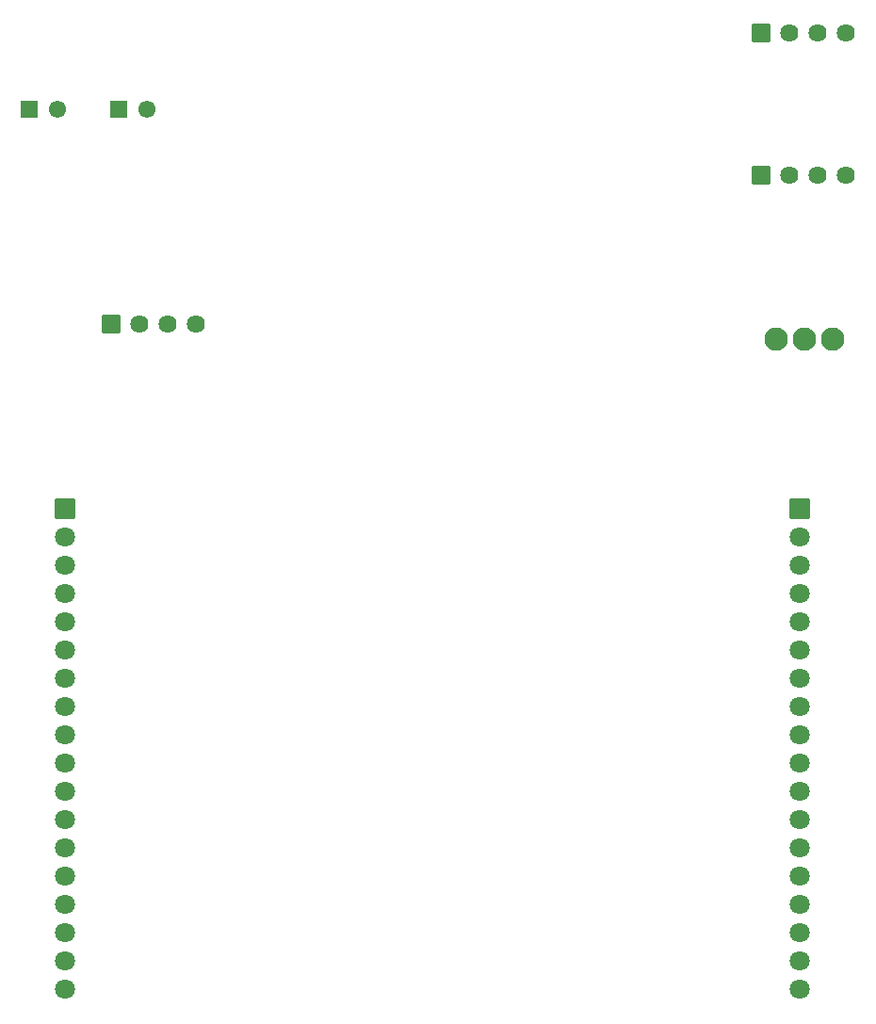
<source format=gbs>
G04 Layer: BottomSolderMaskLayer*
G04 EasyEDA Pro v2.2.28.1, 2024-09-11 15:41:32*
G04 Gerber Generator version 0.3*
G04 Scale: 100 percent, Rotated: No, Reflected: No*
G04 Dimensions in millimeters*
G04 Leading zeros omitted, absolute positions, 3 integers and 5 decimals*
%FSLAX35Y35*%
%MOMM*%
%AMRoundRect*1,1,$1,$2,$3*1,1,$1,$4,$5*1,1,$1,0-$2,0-$3*1,1,$1,0-$4,0-$5*20,1,$1,$2,$3,$4,$5,0*20,1,$1,$4,$5,0-$2,0-$3,0*20,1,$1,0-$2,0-$3,0-$4,0-$5,0*20,1,$1,0-$4,0-$5,$2,$3,0*4,1,4,$2,$3,$4,$5,0-$2,0-$3,0-$4,0-$5,$2,$3,0*%
%ADD10C,1.6256*%
%ADD11RoundRect,0.09562X-0.76499X0.76499X0.76499X0.76499*%
%ADD12C,2.1016*%
%ADD13R,1.55X1.55*%
%ADD14C,1.55*%
%ADD15RoundRect,0.09618X0.85271X0.85271X0.85271X-0.85271*%
%ADD16C,1.8016*%
G75*


G04 Pad Start*
G54D10*
G01X-2120900Y-3162300D03*
G01X-2374900Y-3162300D03*
G01X-2628900Y-3162300D03*
G54D11*
G01X-2882900Y-3162300D03*
G54D12*
G01X3092449Y-3302000D03*
G01X3346449Y-3302000D03*
G01X3600449Y-3302000D03*
G54D10*
G01X3721100Y-1828800D03*
G01X3467100Y-1828800D03*
G01X3213100Y-1828800D03*
G54D11*
G01X2959100Y-1828800D03*
G54D10*
G01X3721100Y-546100D03*
G01X3467100Y-546100D03*
G01X3213100Y-546100D03*
G54D11*
G01X2959100Y-546100D03*
G54D13*
G01X-3619500Y-1231900D03*
G54D14*
G01X-3365500Y-1231900D03*
G54D13*
G01X-2819400Y-1231900D03*
G54D14*
G01X-2565400Y-1231900D03*
G54D15*
G01X-3302000Y-4826000D03*
G54D16*
G01X-3302000Y-5080000D03*
G01X-3302000Y-5334000D03*
G01X-3302000Y-5588000D03*
G01X-3302000Y-5842000D03*
G01X-3302000Y-6096000D03*
G01X-3302000Y-6350000D03*
G01X-3302000Y-6604000D03*
G01X-3302000Y-6858000D03*
G01X-3302000Y-7112000D03*
G01X-3302000Y-7366000D03*
G01X-3302000Y-7620000D03*
G01X-3302000Y-7874000D03*
G01X-3302000Y-8128000D03*
G01X-3302000Y-8382000D03*
G01X-3302000Y-8636000D03*
G01X-3302000Y-8890000D03*
G01X-3302000Y-9144000D03*
G54D15*
G01X3302000Y-4826000D03*
G54D16*
G01X3302000Y-5080000D03*
G01X3302000Y-5334000D03*
G01X3302000Y-5588000D03*
G01X3302000Y-5842000D03*
G01X3302000Y-6096000D03*
G01X3302000Y-6350000D03*
G01X3302000Y-6604000D03*
G01X3302000Y-6858000D03*
G01X3302000Y-7112000D03*
G01X3302000Y-7366000D03*
G01X3302000Y-7620000D03*
G01X3302000Y-7874000D03*
G01X3302000Y-8128000D03*
G01X3302000Y-8382000D03*
G01X3302000Y-8636000D03*
G01X3302000Y-8890000D03*
G01X3302000Y-9144000D03*
G04 Pad End*

M02*


</source>
